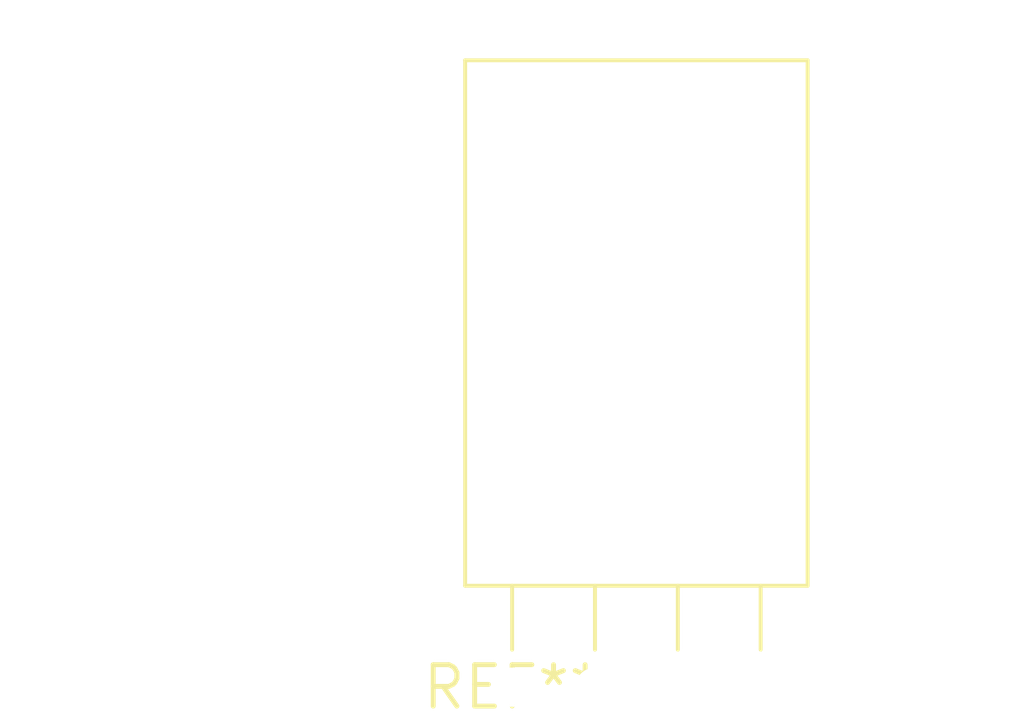
<source format=kicad_pcb>
(kicad_pcb (version 20240108) (generator pcbnew)
  (layers (0 "F.Cu" signal) (31 "B.Cu" signal) (34 "B.Paste" user) (35 "F.Paste" user) (36 "B.SilkS" user "B.Silkscreen") (37 "F.SilkS" user "F.Silkscreen") (38 "B.Mask" user) (39 "F.Mask" user) (44 "Edge.Cuts" user))
  (net 0 "")
  (footprint "TO-220F-4_Horizontal_TabDown" (layer "F.Cu") (at 0 0)
    (property "Reference" "REF**")
    (property "Value" "TO-220F-4_Horizontal_TabDown")
    (fp_line (start -1.44 -19.22) (end -1.44 -3.11) (layer "F.SilkS") (stroke (width 0.12)))
    (fp_line (start -1.44 -19.22) (end 9.06 -19.22) (layer "F.SilkS") (stroke (width 0.12)))
    (fp_line (start -1.44 -3.11) (end 9.06 -3.11) (layer "F.SilkS") (stroke (width 0.12)))
    (fp_line (start 0 -3.11) (end 0 -1.15) (layer "F.SilkS") (stroke (width 0.12)))
    (fp_line (start 2.54 -3.11) (end 2.54 -1.15) (layer "F.SilkS") (stroke (width 0.12)))
    (fp_line (start 5.08 -3.11) (end 5.08 -1.15) (layer "F.SilkS") (stroke (width 0.12)))
    (fp_line (start 7.62 -3.11) (end 7.62 -1.15) (layer "F.SilkS") (stroke (width 0.12)))
    (fp_line (start 9.06 -19.22) (end 9.06 -3.11) (layer "F.SilkS") (stroke (width 0.12)))
    (pad "" np_thru_hole oval (at 3.81 -15.8) (size 3.5 3.5) (drill 3.5) (layers *.Cu *.Mask))
    (pad "1" thru_hole rect (at 0 0) (size 1.905 2) (drill 1.2) (layers *.Cu *.Mask) (remove_unused_layers))
    (pad "2" thru_hole oval (at 2.54 0) (size 1.905 2) (drill 1.2) (layers *.Cu *.Mask) (remove_unused_layers))
    (pad "3" thru_hole oval (at 5.08 0) (size 1.905 2) (drill 1.2) (layers *.Cu *.Mask) (remove_unused_layers))
    (pad "4" thru_hole oval (at 7.62 0) (size 1.905 2) (drill 1.2) (layers *.Cu *.Mask) (remove_unused_layers))
  )
)
</source>
